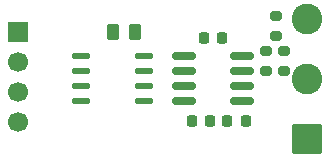
<source format=gbr>
%TF.GenerationSoftware,KiCad,Pcbnew,9.0.7-1.fc43*%
%TF.CreationDate,2026-02-06T20:38:46-08:00*%
%TF.ProjectId,autodir_sch,6175746f-6469-4725-9f73-63682e6b6963,A1*%
%TF.SameCoordinates,PX11a49a0PYbd83a0*%
%TF.FileFunction,Soldermask,Top*%
%TF.FilePolarity,Negative*%
%FSLAX46Y46*%
G04 Gerber Fmt 4.6, Leading zero omitted, Abs format (unit mm)*
G04 Created by KiCad (PCBNEW 9.0.7-1.fc43) date 2026-02-06 20:38:46*
%MOMM*%
%LPD*%
G01*
G04 APERTURE LIST*
G04 Aperture macros list*
%AMRoundRect*
0 Rectangle with rounded corners*
0 $1 Rounding radius*
0 $2 $3 $4 $5 $6 $7 $8 $9 X,Y pos of 4 corners*
0 Add a 4 corners polygon primitive as box body*
4,1,4,$2,$3,$4,$5,$6,$7,$8,$9,$2,$3,0*
0 Add four circle primitives for the rounded corners*
1,1,$1+$1,$2,$3*
1,1,$1+$1,$4,$5*
1,1,$1+$1,$6,$7*
1,1,$1+$1,$8,$9*
0 Add four rect primitives between the rounded corners*
20,1,$1+$1,$2,$3,$4,$5,0*
20,1,$1+$1,$4,$5,$6,$7,0*
20,1,$1+$1,$6,$7,$8,$9,0*
20,1,$1+$1,$8,$9,$2,$3,0*%
G04 Aperture macros list end*
%ADD10RoundRect,0.150000X-0.825000X-0.150000X0.825000X-0.150000X0.825000X0.150000X-0.825000X0.150000X0*%
%ADD11RoundRect,0.250000X-0.262500X-0.450000X0.262500X-0.450000X0.262500X0.450000X-0.262500X0.450000X0*%
%ADD12RoundRect,0.137500X-0.612500X-0.137500X0.612500X-0.137500X0.612500X0.137500X-0.612500X0.137500X0*%
%ADD13RoundRect,0.225000X-0.225000X-0.250000X0.225000X-0.250000X0.225000X0.250000X-0.225000X0.250000X0*%
%ADD14RoundRect,0.200000X0.275000X-0.200000X0.275000X0.200000X-0.275000X0.200000X-0.275000X-0.200000X0*%
%ADD15RoundRect,0.225000X0.225000X0.250000X-0.225000X0.250000X-0.225000X-0.250000X0.225000X-0.250000X0*%
%ADD16RoundRect,0.200000X-0.275000X0.200000X-0.275000X-0.200000X0.275000X-0.200000X0.275000X0.200000X0*%
%ADD17R,1.700000X1.700000*%
%ADD18C,1.700000*%
%ADD19RoundRect,0.250000X1.050000X-1.050000X1.050000X1.050000X-1.050000X1.050000X-1.050000X-1.050000X0*%
%ADD20C,2.600000*%
G04 APERTURE END LIST*
D10*
%TO.C,U2*%
X18525000Y-6095000D03*
X18525000Y-7365000D03*
X18525000Y-8635000D03*
X18525000Y-9905000D03*
X23475000Y-9905000D03*
X23475000Y-8635000D03*
X23475000Y-7365000D03*
X23475000Y-6095000D03*
%TD*%
D11*
%TO.C,J3*%
X12587500Y-4000000D03*
X14412500Y-4000000D03*
%TD*%
D12*
%TO.C,U1*%
X9850000Y-6095000D03*
X9850000Y-7365000D03*
X9850000Y-8635000D03*
X9850000Y-9905000D03*
X15150000Y-9905000D03*
X15150000Y-8635000D03*
X15150000Y-7365000D03*
X15150000Y-6095000D03*
%TD*%
D13*
%TO.C,C1*%
X22222251Y-11594049D03*
X23772251Y-11594049D03*
%TD*%
D14*
%TO.C,R1*%
X27000000Y-7324000D03*
X27000000Y-5674000D03*
%TD*%
%TO.C,R3*%
X26344000Y-4357000D03*
X26344000Y-2707000D03*
%TD*%
D15*
%TO.C,C3*%
X21775000Y-4499000D03*
X20225000Y-4499000D03*
%TD*%
D16*
%TO.C,R2*%
X25500000Y-5674000D03*
X25500000Y-7324000D03*
%TD*%
D15*
%TO.C,C2*%
X20773628Y-11594049D03*
X19223628Y-11594049D03*
%TD*%
D17*
%TO.C,J1*%
X4500000Y-4040000D03*
D18*
X4500000Y-6580000D03*
X4500000Y-9120000D03*
X4500000Y-11660000D03*
%TD*%
D19*
%TO.C,J2*%
X29000000Y-13080000D03*
D20*
X29000000Y-8000000D03*
X29000000Y-2920000D03*
%TD*%
M02*

</source>
